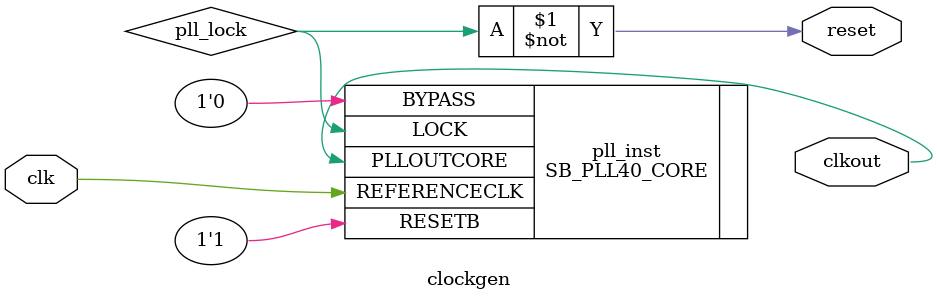
<source format=v>
module clockgen(
  input clk, 
  output clkout,
  output reset
);

wire pll_lock;
   
// The following code multiplies the 12 MHz on the board to 60 MHz 
// (12 MHz * 80 / 16) using a PLL VCO Frequency of 960 MHz (12 MHz * 80):

SB_PLL40_CORE #(
  .FEEDBACK_PATH("SIMPLE"),
  .PLLOUT_SELECT("GENCLK"),
  .DIVR(4'b0000),
  .DIVF(7'b1001111),
  .DIVQ(3'b100),
  .FILTER_RANGE(3'b001)
) 
pll_inst(
  .RESETB(1'b1),
  .BYPASS(1'b0),
  .REFERENCECLK(clk),
  .PLLOUTCORE(clkout),
  .LOCK(pll_lock)
);

// Generate reset signal from pll lock
assign reset = ~pll_lock;

endmodule
</source>
